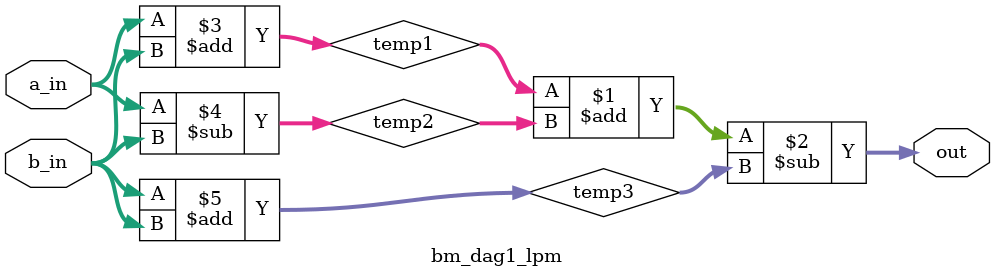
<source format=v>
`define BITS 2         // Bit width of the operands

module 	bm_dag1_lpm(
		a_in, 
		b_in, 
		out);

// SIGNAL DECLARATIONS
input [`BITS-1:0] a_in;
input [`BITS-1:0] b_in;

output [`BITS-1:0] out;

wire [`BITS-1:0]    out;
wire [`BITS-1:0]    temp1;
wire [`BITS-1:0]    temp2;
wire [`BITS-1:0]    temp3;

// ASSIGN STATEMENTS
assign out = temp1 + temp2 - temp3;
assign temp1 = a_in + b_in;
assign temp2 = a_in - b_in;
assign temp3 = b_in + b_in;

endmodule

</source>
